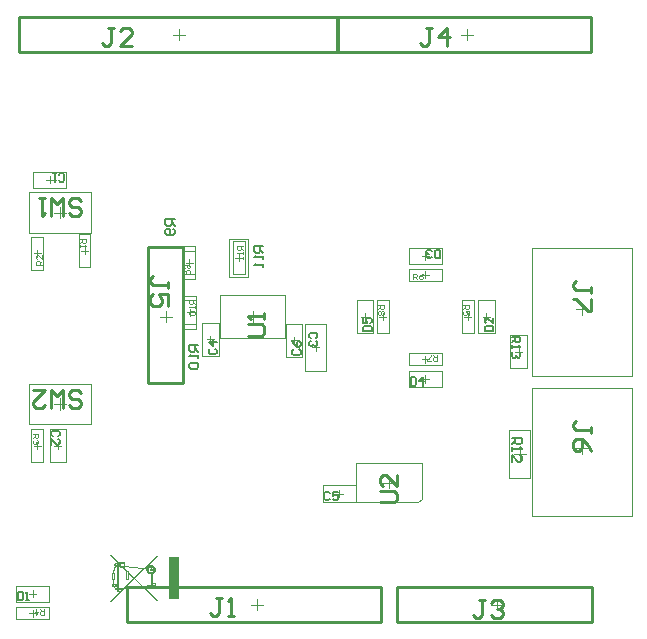
<source format=gbo>
G04*
G04 #@! TF.GenerationSoftware,Altium Limited,Altium Designer,22.7.1 (60)*
G04*
G04 Layer_Color=32896*
%FSLAX25Y25*%
%MOIN*%
G70*
G04*
G04 #@! TF.SameCoordinates,FBDB1D81-1F97-4559-A255-E9B88A778833*
G04*
G04*
G04 #@! TF.FilePolarity,Positive*
G04*
G01*
G75*
%ADD10C,0.00787*%
%ADD11C,0.00984*%
%ADD13C,0.00394*%
%ADD14C,0.01000*%
%ADD15C,0.00866*%
%ADD16C,0.00591*%
G36*
X54176Y23760D02*
Y24092D01*
X55885D01*
Y22867D01*
X58564Y22638D01*
X62263Y22306D01*
X66497Y26388D01*
X66829Y26082D01*
X62875Y22255D01*
X63105Y22230D01*
X63181Y22408D01*
X63309Y22612D01*
X63487Y22791D01*
X63666Y22919D01*
X63870Y23021D01*
X64074Y23097D01*
X64278Y23148D01*
X64533Y23174D01*
X64763Y23148D01*
X65018Y23072D01*
X65299Y22944D01*
X65554Y22765D01*
X65732Y22587D01*
X65885Y22357D01*
X65987Y22077D01*
X66064Y21847D01*
Y21541D01*
X66038Y21235D01*
X65936Y20903D01*
X65732Y20623D01*
X65503Y20418D01*
X65299Y20266D01*
X65095Y20163D01*
Y17153D01*
X66140D01*
Y16184D01*
X65095D01*
Y16056D01*
X62365Y15801D01*
X66829Y11439D01*
X66523Y11133D01*
X61753Y15750D01*
X59635Y15546D01*
X56702Y15266D01*
X55477Y15138D01*
X50987Y10827D01*
X50681Y11133D01*
X54788Y15087D01*
X53794Y14985D01*
Y14322D01*
X53003D01*
Y14934D01*
X52824Y14908D01*
X52722Y14959D01*
X52646Y15010D01*
X52544Y15112D01*
X52416Y15266D01*
X52314Y15419D01*
X52212Y15597D01*
X52135Y15776D01*
X52059Y15903D01*
X51574D01*
Y16949D01*
X51778D01*
X51727Y17281D01*
X51676Y17612D01*
X51651Y17919D01*
Y18123D01*
X51319D01*
Y20572D01*
X51702D01*
X51727Y20878D01*
X51804Y21260D01*
X51880Y21618D01*
X51982Y21975D01*
X52110Y22306D01*
X52212Y22536D01*
X52340Y22714D01*
X52442Y22842D01*
X52365Y22893D01*
X52289Y23021D01*
X52237Y23174D01*
X52212Y23352D01*
X52237Y23531D01*
X52314Y23709D01*
X52416Y23837D01*
X52595Y23939D01*
X52697Y23990D01*
X52850Y24015D01*
X52977Y23990D01*
X53079Y23964D01*
X53207Y23913D01*
X53283Y23837D01*
X53360Y23760D01*
X53411Y23684D01*
X53462Y23633D01*
X53692D01*
X50681Y26541D01*
X50987Y26873D01*
X54176Y23760D01*
D02*
G37*
G36*
X73819Y11745D02*
X73742D01*
X73691D01*
X73589D01*
X73462D01*
X73283D01*
X73258D01*
X73181D01*
X73079D01*
X72926D01*
X72747D01*
X72543D01*
X72084D01*
X72059D01*
X71982D01*
X71855D01*
X71676D01*
X71293D01*
X70885D01*
X70860D01*
X70809D01*
X70707D01*
X70605D01*
X70503D01*
X70401D01*
X70350D01*
X70324D01*
Y25699D01*
X70350D01*
X70401D01*
X70452D01*
X70554D01*
X70707D01*
X70885D01*
X70911D01*
X70987D01*
X71089D01*
X71242D01*
X71421D01*
X71625D01*
X72084D01*
X72110D01*
X72186D01*
X72314D01*
X72492D01*
X72875D01*
X73283D01*
X73309D01*
X73360D01*
X73538D01*
X73742D01*
X73793D01*
X73819D01*
Y11745D01*
D02*
G37*
%LPC*%
G36*
X52875Y23556D02*
X52850D01*
X52748Y23531D01*
X52671Y23454D01*
X52646Y23327D01*
Y23301D01*
X52671Y23225D01*
X52748Y23148D01*
X52875Y23123D01*
X52901D01*
X52977Y23148D01*
X53054Y23199D01*
X53079Y23327D01*
Y23352D01*
X53054Y23454D01*
X53003Y23531D01*
X52875Y23556D01*
D02*
G37*
G36*
X55452Y23633D02*
X54610D01*
Y22791D01*
X55452D01*
Y23633D01*
D02*
G37*
G36*
X64508Y22357D02*
X64482D01*
X64380D01*
X64253Y22306D01*
X64125Y22255D01*
X63972Y22179D01*
X63870Y22026D01*
X63768Y21847D01*
X63742Y21592D01*
Y21464D01*
X63793Y21362D01*
X63845Y21209D01*
X63921Y21082D01*
X64074Y20954D01*
X64253Y20852D01*
X64508Y20827D01*
X64533D01*
X64635Y20852D01*
X64737Y20878D01*
X64890Y20929D01*
X65018Y21005D01*
X65145Y21158D01*
X65247Y21337D01*
X65273Y21592D01*
Y21618D01*
X65247Y21720D01*
X65222Y21847D01*
X65171Y21975D01*
X65095Y22128D01*
X64941Y22230D01*
X64763Y22332D01*
X64508Y22357D01*
D02*
G37*
G36*
X55885Y22408D02*
Y22357D01*
X55630D01*
X56727Y21286D01*
X57110D01*
Y20903D01*
X58947Y19117D01*
X61829Y21898D01*
X55885Y22408D01*
D02*
G37*
G36*
X52008Y20138D02*
X51753D01*
Y18582D01*
X52008D01*
Y20138D01*
D02*
G37*
G36*
X56676Y20801D02*
X56523D01*
Y18505D01*
X56676D01*
Y20801D01*
D02*
G37*
G36*
X53003Y22638D02*
X52901D01*
X52722Y22459D01*
X52595Y22230D01*
X52442Y21924D01*
X52340Y21541D01*
X52237Y21082D01*
X52161Y20572D01*
X52442D01*
Y18123D01*
X52110D01*
X52135Y17689D01*
X52186Y17306D01*
X52263Y16949D01*
X53003D01*
Y22638D01*
D02*
G37*
G36*
X65707Y16720D02*
X65095D01*
Y16617D01*
X65707D01*
Y16720D01*
D02*
G37*
G36*
X52595Y16515D02*
X52008D01*
Y16337D01*
X52595D01*
Y16515D01*
D02*
G37*
G36*
X62416Y21847D02*
X59278Y18811D01*
X61957Y16209D01*
X64635Y16465D01*
Y20061D01*
X64406Y20036D01*
X64074Y20112D01*
X63768Y20240D01*
X63513Y20418D01*
X63334Y20597D01*
X63181Y20801D01*
X63054Y21082D01*
X62977Y21362D01*
X62952Y21592D01*
X62977Y21796D01*
X62416Y21847D01*
D02*
G37*
G36*
X58947Y18505D02*
X55987Y15648D01*
X61370Y16158D01*
X58947Y18505D01*
D02*
G37*
G36*
X53794Y22587D02*
Y15444D01*
X55273Y15572D01*
X58640Y18811D01*
X57110Y20291D01*
Y18072D01*
X56089D01*
Y21286D01*
X54993Y22357D01*
X54176D01*
Y22536D01*
X53794Y22587D01*
D02*
G37*
G36*
X53003Y15903D02*
X52569D01*
X52697Y15648D01*
X52799Y15495D01*
X52926Y15368D01*
X53003D01*
Y15903D01*
D02*
G37*
%LPD*%
G36*
X64763Y22051D02*
X64865Y21975D01*
X64941Y21898D01*
X64992Y21771D01*
X65018Y21592D01*
Y21516D01*
X64941Y21337D01*
X64890Y21235D01*
X64814Y21158D01*
X64686Y21107D01*
X64508Y21082D01*
X64482D01*
X64431D01*
X64253Y21158D01*
X64151Y21209D01*
X64074Y21286D01*
X64023Y21413D01*
X63998Y21592D01*
Y21668D01*
X64049Y21847D01*
X64125Y21949D01*
X64202Y22026D01*
X64329Y22077D01*
X64508Y22102D01*
X64533D01*
X64584D01*
X64763Y22051D01*
D02*
G37*
%LPC*%
G36*
X64559Y21668D02*
X64508D01*
X64482D01*
X64457D01*
X64431Y21643D01*
Y21566D01*
X64457Y21541D01*
X64508Y21516D01*
X64533D01*
X64559Y21541D01*
X64584Y21592D01*
Y21643D01*
X64559Y21668D01*
D02*
G37*
%LPD*%
D10*
X101967Y129395D02*
X98818D01*
Y127821D01*
X99343Y127296D01*
X100392D01*
X100917Y127821D01*
Y129395D01*
Y128346D02*
X101967Y127296D01*
Y126247D02*
Y125197D01*
Y125722D01*
X98818D01*
X99343Y126247D01*
X101967Y123623D02*
Y122573D01*
Y123098D01*
X98818D01*
X99343Y123623D01*
X80313Y96455D02*
X77165D01*
Y94881D01*
X77689Y94356D01*
X78739D01*
X79264Y94881D01*
Y96455D01*
Y95406D02*
X80313Y94356D01*
Y93307D02*
Y92257D01*
Y92782D01*
X77165D01*
X77689Y93307D01*
Y90683D02*
X77165Y90158D01*
Y89109D01*
X77689Y88584D01*
X79789D01*
X80313Y89109D01*
Y90158D01*
X79789Y90683D01*
X77689D01*
X72439Y138451D02*
X69291D01*
Y136876D01*
X69815Y136352D01*
X70865D01*
X71390Y136876D01*
Y138451D01*
Y137401D02*
X72439Y136352D01*
X71914Y135302D02*
X72439Y134777D01*
Y133728D01*
X71914Y133203D01*
X69815D01*
X69291Y133728D01*
Y134777D01*
X69815Y135302D01*
X70340D01*
X70865Y134777D01*
Y133203D01*
D11*
X63494Y129234D02*
X75305D01*
X63494Y83880D02*
Y129234D01*
Y83880D02*
X75305D01*
Y129234D01*
X20495Y194095D02*
Y205906D01*
Y194095D02*
X126873D01*
Y205906D01*
X20495D02*
X126873D01*
X126495D02*
X211219D01*
Y194095D02*
Y205906D01*
X126495Y194095D02*
X211219D01*
X126495D02*
Y205906D01*
X146495Y4095D02*
Y15905D01*
Y4095D02*
X211534D01*
Y15905D01*
X146495D02*
X211534D01*
X56495Y4095D02*
Y15905D01*
Y4095D02*
X141219D01*
Y15905D01*
X56495D02*
X141219D01*
X75305Y83880D02*
Y129234D01*
X63494Y83880D02*
X75305D01*
X63494D02*
Y129234D01*
X75305D01*
X20495Y205906D02*
X126873D01*
Y194095D02*
Y205906D01*
X20495Y194095D02*
X126873D01*
X20495D02*
Y205906D01*
X126495Y194095D02*
Y205906D01*
Y194095D02*
X211219D01*
Y205906D01*
X126495D02*
X211219D01*
X146495Y15905D02*
X211534D01*
Y4095D02*
Y15905D01*
X146495Y4095D02*
X211534D01*
X146495D02*
Y15905D01*
X56495D02*
X141219D01*
Y4095D02*
Y15905D01*
X56495Y4095D02*
X141219D01*
X56495D02*
Y15905D01*
D13*
X90550Y131890D02*
X96849D01*
Y119291D02*
Y131890D01*
X90550Y119291D02*
X96849D01*
X90550D02*
Y131890D01*
X75196Y118504D02*
X79133D01*
X75196D02*
Y129528D01*
X79133D01*
Y118504D02*
Y129528D01*
X75589Y112992D02*
X79526D01*
Y101969D02*
Y112992D01*
X75589Y101969D02*
X79526D01*
X75589D02*
Y112992D01*
X75196Y120079D02*
X79133D01*
X75196Y127953D02*
X79133D01*
X75196Y120079D02*
Y127953D01*
X79133Y120079D02*
Y127953D01*
X75589Y111417D02*
X79526D01*
X75589Y103543D02*
X79526D01*
Y111417D01*
X75589Y103543D02*
Y111417D01*
X67431Y106005D02*
X71368D01*
X69399Y104037D02*
Y107974D01*
X132676Y44193D02*
Y57087D01*
X154723D01*
Y45276D02*
Y57087D01*
X153640Y44193D02*
X154723Y45276D01*
X132676Y44193D02*
X153640D01*
X143700Y48720D02*
Y52658D01*
X141731Y50689D02*
X145668D01*
X73723Y198031D02*
Y201969D01*
X71755Y200000D02*
X75692D01*
X167755D02*
X171692D01*
X169723Y198031D02*
Y201969D01*
X81495Y92913D02*
X87007D01*
Y103937D01*
X81495D02*
X87007D01*
X81495Y92913D02*
Y103937D01*
X84251Y97244D02*
Y99606D01*
X83070Y98425D02*
X85432D01*
X23900Y70079D02*
X24800D01*
X44373D01*
X23900D02*
Y83465D01*
X44373D01*
Y70079D02*
Y83465D01*
X32168Y76772D02*
X36105D01*
X34137Y74803D02*
Y78740D01*
X23900Y133993D02*
X24800D01*
X44373D01*
X23900D02*
Y147379D01*
X44373D01*
Y133993D02*
Y147379D01*
X32168Y140686D02*
X36105D01*
X34137Y138717D02*
Y142654D01*
X184251Y99803D02*
X189763D01*
X184251Y88779D02*
Y99803D01*
Y88779D02*
X189763D01*
Y99803D01*
X187007Y93110D02*
Y95472D01*
X185826Y94291D02*
X188188D01*
X191633Y82185D02*
X224704D01*
X191633Y39665D02*
Y82185D01*
Y39665D02*
X224704D01*
Y82185D01*
X208168Y60138D02*
Y64075D01*
X206200Y62106D02*
X210137D01*
X191633Y128740D02*
X224704D01*
X191633Y86221D02*
Y128740D01*
Y86221D02*
X224704D01*
Y128740D01*
X208168Y106693D02*
Y110630D01*
X206200Y108661D02*
X210137D01*
X26574Y125984D02*
Y128347D01*
X25392Y127165D02*
X27755D01*
X24605Y121653D02*
X28542D01*
Y132677D01*
X24605D02*
X28542D01*
X24605Y121653D02*
Y132677D01*
X173522Y100445D02*
X179034D01*
Y111469D01*
X173522D02*
X179034D01*
X173522Y100445D02*
Y111469D01*
X176278Y104776D02*
Y107138D01*
X175097Y105957D02*
X177459D01*
X170037Y104776D02*
Y107138D01*
X168856Y105957D02*
X171219D01*
X168069Y111469D02*
X172006D01*
X168069Y100445D02*
Y111469D01*
Y100445D02*
X172006D01*
Y111469D01*
X154723Y119960D02*
X157085D01*
X155904Y118779D02*
Y121142D01*
X150392Y117992D02*
Y121929D01*
Y117992D02*
X161416D01*
Y121929D01*
X150392D02*
X161416D01*
Y123378D02*
Y128890D01*
X150392D02*
X161416D01*
X150392Y123378D02*
Y128890D01*
Y123378D02*
X161416D01*
X154723Y126134D02*
X157085D01*
X155904Y124953D02*
Y127315D01*
X141797Y104776D02*
Y107138D01*
X140616Y105957D02*
X142979D01*
X139829Y111469D02*
X143766D01*
X139829Y100445D02*
Y111469D01*
Y100445D02*
X143766D01*
Y111469D01*
X134644Y105957D02*
X137007D01*
X135826Y104776D02*
Y107138D01*
X133070Y100445D02*
Y111469D01*
X138582D01*
Y100445D02*
Y111469D01*
X133070Y100445D02*
X138582D01*
X30707Y150394D02*
Y152756D01*
X29526Y151575D02*
X31889D01*
X25196Y148819D02*
X36219D01*
X25196D02*
Y154331D01*
X36219D01*
Y148819D02*
Y154331D01*
X44290Y122441D02*
Y133465D01*
X40353Y122441D02*
X44290D01*
X40353D02*
Y133465D01*
X44290D01*
X41140Y127953D02*
X43503D01*
X42322Y126772D02*
Y129134D01*
X28542Y57480D02*
Y68504D01*
X24605Y57480D02*
X28542D01*
X24605D02*
Y68504D01*
X28542D01*
X25392Y62992D02*
X27755D01*
X26574Y61811D02*
Y64173D01*
X32282Y62992D02*
X34644D01*
X33463Y61811D02*
Y64173D01*
X36219Y57480D02*
Y68504D01*
X30707Y57480D02*
X36219D01*
X30707D02*
Y68504D01*
X36219D01*
X87628Y98830D02*
Y113190D01*
X109281D01*
Y98830D02*
Y113190D01*
X87628Y98830D02*
X109281D01*
X98454Y104037D02*
Y107974D01*
X96486Y106005D02*
X100423D01*
X111022Y98132D02*
X113385D01*
X112204Y96951D02*
Y99313D01*
X109448Y92620D02*
Y103644D01*
X114959D01*
Y92620D02*
Y103644D01*
X109448Y92620D02*
X114959D01*
X115845Y103642D02*
X122932D01*
X115845Y87894D02*
Y103642D01*
Y87894D02*
X122932D01*
Y103642D01*
X119389Y94587D02*
Y96949D01*
X118207Y95768D02*
X120570D01*
X150392Y89764D02*
X161416D01*
X150392D02*
Y93701D01*
X161416D01*
Y89764D02*
Y93701D01*
X155904Y90551D02*
Y92913D01*
X154723Y91732D02*
X157085D01*
X150392Y82433D02*
Y87945D01*
Y82433D02*
X161416D01*
Y87945D01*
X150392D02*
X161416D01*
X154723Y85189D02*
X157085D01*
X155904Y84008D02*
Y86370D01*
X127164Y45768D02*
Y48130D01*
X125983Y46949D02*
X128345D01*
X121652Y49705D02*
X132676D01*
Y44193D02*
Y49705D01*
X121652Y44193D02*
X132676D01*
X121652D02*
Y49705D01*
X183857Y68110D02*
X190944D01*
X183857Y52362D02*
Y68110D01*
Y52362D02*
X190944D01*
Y68110D01*
X187400Y58268D02*
Y62205D01*
X185432Y60236D02*
X189369D01*
X179723Y8032D02*
Y11969D01*
X177755Y10000D02*
X181692D01*
X99723Y8032D02*
Y11969D01*
X97755Y10000D02*
X101692D01*
X19487Y10827D02*
Y16339D01*
Y10827D02*
X30511D01*
Y16339D01*
X19487D02*
X30511D01*
X23818Y13583D02*
X26180D01*
X24999Y12402D02*
Y14764D01*
X19487Y5118D02*
X30511D01*
X19487D02*
Y9055D01*
X30511D01*
Y5118D02*
Y9055D01*
X24999Y5906D02*
Y8268D01*
X23818Y7087D02*
X26180D01*
X93700Y124409D02*
Y126772D01*
X92519Y125591D02*
X94881D01*
X91731Y131102D02*
X95668D01*
Y120079D02*
Y131102D01*
X91731Y120079D02*
X95668D01*
X91731D02*
Y131102D01*
X77164Y122835D02*
Y125197D01*
X75983Y124016D02*
X78345D01*
X75196Y118504D02*
X79133D01*
X75196D02*
Y129528D01*
X79133D01*
Y118504D02*
Y129528D01*
X77558Y106299D02*
Y108661D01*
X76377Y107480D02*
X78739D01*
X75589Y112992D02*
X79526D01*
Y101969D02*
Y112992D01*
X75589Y101969D02*
X79526D01*
X75589D02*
Y112992D01*
X154723Y45276D02*
Y57087D01*
X153640Y44193D02*
X154723Y45276D01*
X132676Y44193D02*
X153640D01*
X132676D02*
Y57087D01*
X154723D01*
X81495Y92913D02*
X87007D01*
X81495D02*
Y103937D01*
X87007D01*
Y92913D02*
Y103937D01*
X23900Y70079D02*
X24800D01*
X44373D01*
Y83465D01*
X23900Y70079D02*
Y83465D01*
X44373D01*
X23900Y133993D02*
X24800D01*
X44373D01*
Y147379D01*
X23900Y133993D02*
Y147379D01*
X44373D01*
X184251Y99803D02*
X189763D01*
Y88779D02*
Y99803D01*
X184251Y88779D02*
X189763D01*
X184251D02*
Y99803D01*
X191633Y82185D02*
X224704D01*
Y39665D02*
Y82185D01*
X191633Y39665D02*
X224704D01*
X191633D02*
Y82185D01*
Y128740D02*
X224704D01*
Y86221D02*
Y128740D01*
X191633Y86221D02*
X224704D01*
X191633D02*
Y128740D01*
X24605Y121653D02*
X28542D01*
Y132677D01*
X24605D02*
X28542D01*
X24605Y121653D02*
Y132677D01*
X173522Y100445D02*
X179034D01*
X173522D02*
Y111469D01*
X179034D01*
Y100445D02*
Y111469D01*
X168069D02*
X172006D01*
X168069Y100445D02*
Y111469D01*
Y100445D02*
X172006D01*
Y111469D01*
X150392Y117992D02*
Y121929D01*
Y117992D02*
X161416D01*
Y121929D01*
X150392D02*
X161416D01*
Y123378D02*
Y128890D01*
X150392Y123378D02*
X161416D01*
X150392D02*
Y128890D01*
X161416D01*
X139829Y111469D02*
X143766D01*
X139829Y100445D02*
Y111469D01*
Y100445D02*
X143766D01*
Y111469D01*
X138582Y100445D02*
Y111469D01*
X133070D02*
X138582D01*
X133070Y100445D02*
Y111469D01*
Y100445D02*
X138582D01*
X25196Y154331D02*
X36219D01*
X25196Y148819D02*
Y154331D01*
Y148819D02*
X36219D01*
Y154331D01*
X44290Y122441D02*
Y133465D01*
X40353Y122441D02*
X44290D01*
X40353D02*
Y133465D01*
X44290D01*
X28542Y57480D02*
Y68504D01*
X24605Y57480D02*
X28542D01*
X24605D02*
Y68504D01*
X28542D01*
X30707Y57480D02*
Y68504D01*
Y57480D02*
X36219D01*
Y68504D01*
X30707D02*
X36219D01*
X109281Y98830D02*
Y113190D01*
X87628D02*
X109281D01*
X87628Y98830D02*
X109281D01*
X87628D02*
Y113190D01*
X114959Y92620D02*
Y103644D01*
X109448D02*
X114959D01*
X109448Y92620D02*
Y103644D01*
Y92620D02*
X114959D01*
X115845Y103642D02*
X122932D01*
Y87894D02*
Y103642D01*
X115845Y87894D02*
X122932D01*
X115845D02*
Y103642D01*
X150392Y89764D02*
X161416D01*
X150392D02*
Y93701D01*
X161416D01*
Y89764D02*
Y93701D01*
X150392Y82433D02*
Y87945D01*
X161416D01*
Y82433D02*
Y87945D01*
X150392Y82433D02*
X161416D01*
X121652Y44193D02*
X132676D01*
Y49705D01*
X121652D02*
X132676D01*
X121652Y44193D02*
Y49705D01*
X190944Y52362D02*
Y68110D01*
X183857Y52362D02*
X190944D01*
X183857Y68110D02*
X190944D01*
X183857Y52362D02*
Y68110D01*
X19487Y10827D02*
Y16339D01*
X30511D01*
Y10827D02*
Y16339D01*
X19487Y10827D02*
X30511D01*
X19487Y5118D02*
X30511D01*
X19487D02*
Y9055D01*
X30511D01*
Y5118D02*
Y9055D01*
X28148Y123228D02*
X26180D01*
Y124212D01*
X26509Y124540D01*
X27165D01*
X27492Y124212D01*
Y123228D01*
Y123884D02*
X28148Y124540D01*
Y126508D02*
Y125196D01*
X26836Y126508D01*
X26509D01*
X26180Y126180D01*
Y125524D01*
X26509Y125196D01*
X168463Y109894D02*
X170431D01*
Y108910D01*
X170103Y108582D01*
X169447D01*
X169119Y108910D01*
Y109894D01*
Y109238D02*
X168463Y108582D01*
X170431Y106614D02*
Y107926D01*
X169447D01*
X169774Y107270D01*
Y106942D01*
X169447Y106614D01*
X168791D01*
X168463Y106942D01*
Y107598D01*
X168791Y107926D01*
X151967Y118386D02*
Y120353D01*
X152951D01*
X153279Y120026D01*
Y119370D01*
X152951Y119042D01*
X151967D01*
X152623D02*
X153279Y118386D01*
X155247Y120353D02*
X154591Y120026D01*
X153935Y119370D01*
Y118714D01*
X154263Y118386D01*
X154919D01*
X155247Y118714D01*
Y119042D01*
X154919Y119370D01*
X153935D01*
X140223Y109894D02*
X142191D01*
Y108910D01*
X141863Y108582D01*
X141207D01*
X140879Y108910D01*
Y109894D01*
Y109238D02*
X140223Y108582D01*
X141863Y107926D02*
X142191Y107598D01*
Y106942D01*
X141863Y106614D01*
X141535D01*
X141207Y106942D01*
X140879Y106614D01*
X140551D01*
X140223Y106942D01*
Y107598D01*
X140551Y107926D01*
X140879D01*
X141207Y107598D01*
X141535Y107926D01*
X141863D01*
X141207Y107598D02*
Y106942D01*
X40747Y131890D02*
X42715D01*
Y130906D01*
X42387Y130578D01*
X41731D01*
X41403Y130906D01*
Y131890D01*
Y131234D02*
X40747Y130578D01*
Y129922D02*
Y129266D01*
Y129594D01*
X42715D01*
X42387Y129922D01*
X24999Y66929D02*
X26967D01*
Y65945D01*
X26639Y65617D01*
X25983D01*
X25655Y65945D01*
Y66929D01*
Y66273D02*
X24999Y65617D01*
X26639Y64961D02*
X26967Y64633D01*
Y63977D01*
X26639Y63649D01*
X26311D01*
X25983Y63977D01*
Y64305D01*
Y63977D01*
X25655Y63649D01*
X25327D01*
X24999Y63977D01*
Y64633D01*
X25327Y64961D01*
X159841Y93307D02*
Y91339D01*
X158857D01*
X158529Y91667D01*
Y92323D01*
X158857Y92651D01*
X159841D01*
X159185D02*
X158529Y93307D01*
X157873Y91339D02*
X156562D01*
Y91667D01*
X157873Y92979D01*
Y93307D01*
X28936Y8661D02*
Y6694D01*
X27952D01*
X27624Y7022D01*
Y7677D01*
X27952Y8005D01*
X28936D01*
X28280D02*
X27624Y8661D01*
X25984D02*
Y6694D01*
X26968Y7677D01*
X25656D01*
X91731Y131102D02*
X95668D01*
Y120079D02*
Y131102D01*
X91731Y120079D02*
X95668D01*
X91731D02*
Y131102D01*
X75196Y118504D02*
X79133D01*
X75196D02*
Y129528D01*
X79133D01*
Y118504D02*
Y129528D01*
X75589Y112992D02*
X79526D01*
Y101969D02*
Y112992D01*
X75589Y101969D02*
X79526D01*
X75589D02*
Y112992D01*
X95274Y129528D02*
X93306D01*
Y128544D01*
X93634Y128216D01*
X94290D01*
X94618Y128544D01*
Y129528D01*
Y128872D02*
X95274Y128216D01*
Y127560D02*
Y126904D01*
Y127232D01*
X93306D01*
X93634Y127560D01*
X95274Y125920D02*
Y125264D01*
Y125592D01*
X93306D01*
X93634Y125920D01*
X75589Y120079D02*
X77557D01*
Y121063D01*
X77229Y121391D01*
X76573D01*
X76245Y121063D01*
Y120079D01*
Y120735D02*
X75589Y121391D01*
X75917Y122047D02*
X75589Y122375D01*
Y123030D01*
X75917Y123359D01*
X77229D01*
X77557Y123030D01*
Y122375D01*
X77229Y122047D01*
X76901D01*
X76573Y122375D01*
Y123359D01*
X79133Y111417D02*
X77165D01*
Y110433D01*
X77493Y110105D01*
X78149D01*
X78477Y110433D01*
Y111417D01*
Y110761D02*
X79133Y110105D01*
Y109450D02*
Y108793D01*
Y109122D01*
X77165D01*
X77493Y109450D01*
Y107810D02*
X77165Y107482D01*
Y106826D01*
X77493Y106498D01*
X78805D01*
X79133Y106826D01*
Y107482D01*
X78805Y107810D01*
X77493D01*
D14*
X70137Y115655D02*
Y117654D01*
Y116654D01*
X65138D01*
X64139Y117654D01*
Y118654D01*
X65138Y119653D01*
X70137Y109657D02*
Y113655D01*
X67138D01*
X68137Y111656D01*
Y110656D01*
X67138Y109657D01*
X65138D01*
X64139Y110656D01*
Y112656D01*
X65138Y113655D01*
X52147Y202077D02*
X50148D01*
X51147D01*
Y197078D01*
X50148Y196079D01*
X49148D01*
X48148Y197078D01*
X58145Y196079D02*
X54146D01*
X58145Y200077D01*
Y201077D01*
X57146Y202077D01*
X55146D01*
X54146Y201077D01*
X158147Y202077D02*
X156148D01*
X157147D01*
Y197078D01*
X156148Y196079D01*
X155148D01*
X154148Y197078D01*
X163145Y196079D02*
Y202077D01*
X160146Y199078D01*
X164145D01*
X37012Y76679D02*
X38012Y75679D01*
X40011D01*
X41011Y76679D01*
Y77678D01*
X40011Y78678D01*
X38012D01*
X37012Y79678D01*
Y80677D01*
X38012Y81677D01*
X40011D01*
X41011Y80677D01*
X35013Y75679D02*
Y81677D01*
X33013Y79678D01*
X31014Y81677D01*
Y75679D01*
X25016Y81677D02*
X29015D01*
X25016Y77678D01*
Y76679D01*
X26015Y75679D01*
X28015D01*
X29015Y76679D01*
X37012Y140593D02*
X38012Y139593D01*
X40011D01*
X41011Y140593D01*
Y141593D01*
X40011Y142592D01*
X38012D01*
X37012Y143592D01*
Y144592D01*
X38012Y145591D01*
X40011D01*
X41011Y144592D01*
X35013Y139593D02*
Y145591D01*
X33013Y143592D01*
X31014Y145591D01*
Y139593D01*
X29015Y145591D02*
X27015D01*
X28015D01*
Y139593D01*
X29015Y140593D01*
X211239Y67222D02*
Y69222D01*
Y68222D01*
X206240D01*
X205241Y69222D01*
Y70221D01*
X206240Y71221D01*
X211239Y61224D02*
X210239Y63224D01*
X208240Y65223D01*
X206240D01*
X205241Y64223D01*
Y62224D01*
X206240Y61224D01*
X207240D01*
X208240Y62224D01*
Y65223D01*
X211239Y113777D02*
Y115777D01*
Y114777D01*
X206240D01*
X205241Y115777D01*
Y116776D01*
X206240Y117776D01*
X211239Y111778D02*
Y107779D01*
X210239D01*
X206240Y111778D01*
X205241D01*
X175940Y11673D02*
X173941D01*
X174940D01*
Y6674D01*
X173941Y5675D01*
X172941D01*
X171941Y6674D01*
X177939Y10673D02*
X178939Y11673D01*
X180938D01*
X181938Y10673D01*
Y9673D01*
X180938Y8674D01*
X179938D01*
X180938D01*
X181938Y7674D01*
Y6674D01*
X180938Y5675D01*
X178939D01*
X177939Y6674D01*
X88147Y12077D02*
X86148D01*
X87147D01*
Y7078D01*
X86148Y6079D01*
X85148D01*
X84148Y7078D01*
X90146Y6079D02*
X92146D01*
X91146D01*
Y12077D01*
X90146Y11077D01*
D15*
X140867Y44075D02*
X145458D01*
X146377Y44993D01*
Y46830D01*
X145458Y47748D01*
X140867D01*
X146377Y53258D02*
Y49585D01*
X142703Y53258D01*
X141785D01*
X140867Y52340D01*
Y50503D01*
X141785Y49585D01*
X96775Y99696D02*
X101367D01*
X102285Y100615D01*
Y102451D01*
X101367Y103370D01*
X96775D01*
X102285Y105206D02*
Y107043D01*
Y106125D01*
X96775D01*
X97693Y105206D01*
D16*
X84120Y95341D02*
X83661Y94881D01*
Y93963D01*
X84120Y93504D01*
X85957D01*
X86416Y93963D01*
Y94881D01*
X85957Y95341D01*
X86416Y97636D02*
X83661D01*
X85039Y96259D01*
Y98096D01*
X184841Y99213D02*
X187596D01*
Y97835D01*
X187137Y97376D01*
X186219D01*
X185760Y97835D01*
Y99213D01*
Y98294D02*
X184841Y97376D01*
Y96458D02*
Y95539D01*
Y95998D01*
X187596D01*
X187137Y96458D01*
Y94162D02*
X187596Y93703D01*
Y92784D01*
X187137Y92325D01*
X186678D01*
X186219Y92784D01*
Y93243D01*
Y92784D01*
X185760Y92325D01*
X185301D01*
X184841Y92784D01*
Y93703D01*
X185301Y94162D01*
X175689Y101036D02*
X178444D01*
Y102413D01*
X177984Y102872D01*
X176148D01*
X175689Y102413D01*
Y101036D01*
X178444Y105627D02*
Y103791D01*
X176607Y105627D01*
X176148D01*
X175689Y105168D01*
Y104250D01*
X176148Y103791D01*
X160826Y125545D02*
Y128299D01*
X159448D01*
X158989Y127840D01*
Y126004D01*
X159448Y125545D01*
X160826D01*
X158071Y126004D02*
X157611Y125545D01*
X156693D01*
X156234Y126004D01*
Y126463D01*
X156693Y126922D01*
X157152D01*
X156693D01*
X156234Y127381D01*
Y127840D01*
X156693Y128299D01*
X157611D01*
X158071Y127840D01*
X135236Y101036D02*
X137991D01*
Y102413D01*
X137532Y102872D01*
X135695D01*
X135236Y102413D01*
Y101036D01*
Y105627D02*
Y103791D01*
X136613D01*
X136154Y104709D01*
Y105168D01*
X136613Y105627D01*
X137532D01*
X137991Y105168D01*
Y104250D01*
X137532Y103791D01*
X33792Y151444D02*
X34251Y150985D01*
X35170D01*
X35629Y151444D01*
Y153281D01*
X35170Y153740D01*
X34251D01*
X33792Y153281D01*
X32874Y153740D02*
X31955D01*
X32414D01*
Y150985D01*
X32874Y151444D01*
X33594Y66077D02*
X34053Y66536D01*
Y67454D01*
X33594Y67913D01*
X31757D01*
X31298Y67454D01*
Y66536D01*
X31757Y66077D01*
X31298Y63322D02*
Y65158D01*
X33135Y63322D01*
X33594D01*
X34053Y63781D01*
Y64699D01*
X33594Y65158D01*
X112073Y95047D02*
X111614Y94588D01*
Y93670D01*
X112073Y93211D01*
X113910D01*
X114369Y93670D01*
Y94588D01*
X113910Y95047D01*
X111614Y97802D02*
X112073Y96884D01*
X112991Y95966D01*
X113910D01*
X114369Y96425D01*
Y97343D01*
X113910Y97802D01*
X113451D01*
X112991Y97343D01*
Y95966D01*
X119519Y98852D02*
X119978Y99312D01*
Y100230D01*
X119519Y100689D01*
X117682D01*
X117223Y100230D01*
Y99312D01*
X117682Y98852D01*
X119519Y97934D02*
X119978Y97475D01*
Y96556D01*
X119519Y96097D01*
X119060D01*
X118601Y96556D01*
Y97016D01*
Y96556D01*
X118141Y96097D01*
X117682D01*
X117223Y96556D01*
Y97475D01*
X117682Y97934D01*
X150983Y85779D02*
Y83024D01*
X152360D01*
X152820Y83483D01*
Y85320D01*
X152360Y85779D01*
X150983D01*
X155116Y83024D02*
Y85779D01*
X153738Y84401D01*
X155575D01*
X124080Y47079D02*
X123620Y47539D01*
X122702D01*
X122243Y47079D01*
Y45243D01*
X122702Y44783D01*
X123620D01*
X124080Y45243D01*
X126835Y47539D02*
X124998D01*
Y46161D01*
X125916Y46620D01*
X126375D01*
X126835Y46161D01*
Y45243D01*
X126375Y44783D01*
X125457D01*
X124998Y45243D01*
X184841Y65551D02*
X187990D01*
Y63977D01*
X187465Y63452D01*
X186416D01*
X185891Y63977D01*
Y65551D01*
Y64502D02*
X184841Y63452D01*
Y62403D02*
Y61353D01*
Y61878D01*
X187990D01*
X187465Y62403D01*
X184841Y57680D02*
Y59779D01*
X186940Y57680D01*
X187465D01*
X187990Y58205D01*
Y59254D01*
X187465Y59779D01*
X20077Y14172D02*
Y11417D01*
X21455D01*
X21914Y11876D01*
Y13713D01*
X21455Y14172D01*
X20077D01*
X22832Y11417D02*
X23751D01*
X23292D01*
Y14172D01*
X22832Y13713D01*
M02*

</source>
